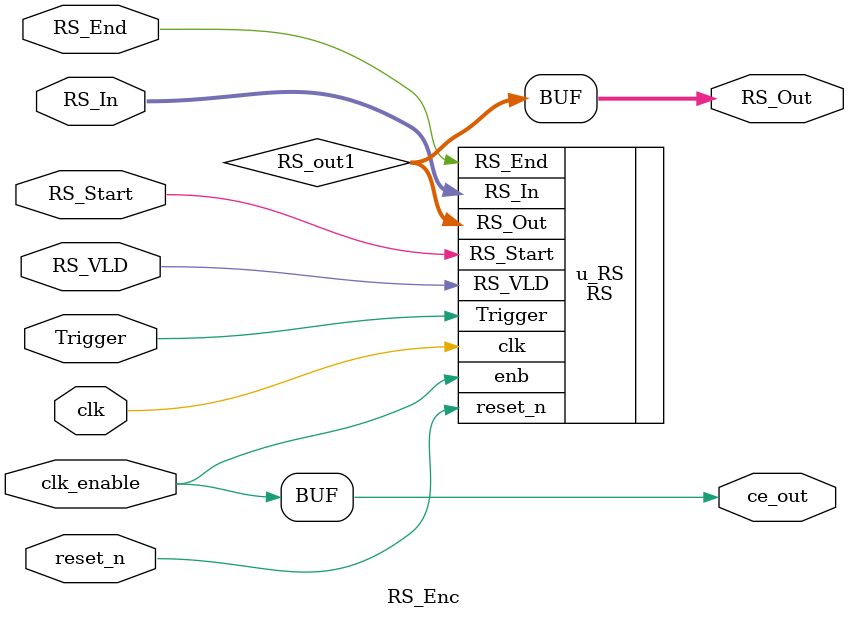
<source format=v>



`timescale 1 ns / 1 ps

module RS_Enc
          (clk,
           reset_n,
           clk_enable,
           Trigger,
           RS_In,
           RS_Start,
           RS_End,
           RS_VLD,
           ce_out,
           RS_Out);


  input   clk;
  input   reset_n;
  input   clk_enable;
  input   Trigger;
  input   [7:0] RS_In;  // uint8
  input   RS_Start;
  input   RS_End;
  input   RS_VLD;
  output  ce_out;
  output  [7:0] RS_Out;  // uint8


  wire [7:0] RS_out1;  // uint8


  RS u_RS (.clk(clk),
           .reset_n(reset_n),
           .enb(clk_enable),
           .RS_In(RS_In),  // uint8
           .RS_Start(RS_Start),
           .RS_End(RS_End),
           .RS_VLD(RS_VLD),
           .Trigger(Trigger),
           .RS_Out(RS_out1)  // uint8
           );

  assign RS_Out = RS_out1;

  assign ce_out = clk_enable;

endmodule  // RS_Enc


</source>
